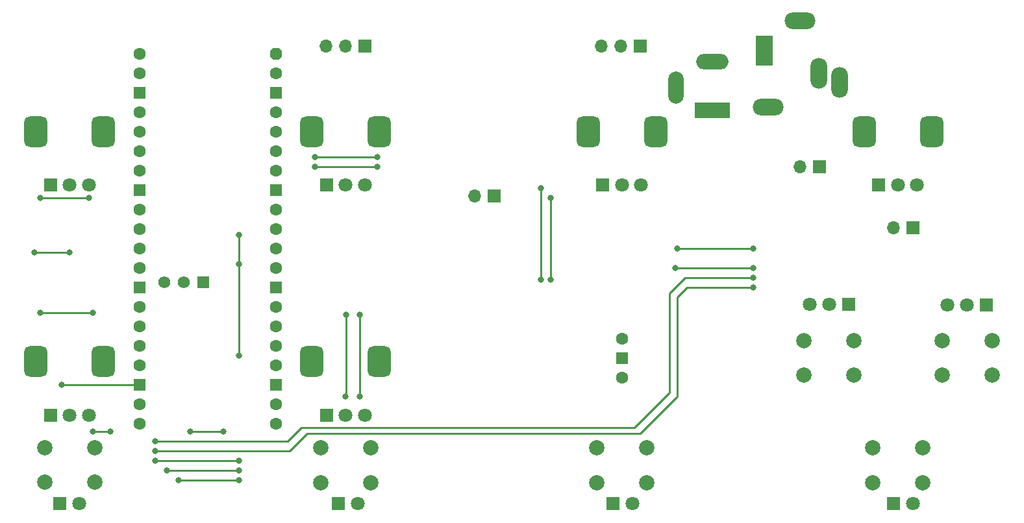
<source format=gbr>
%TF.GenerationSoftware,KiCad,Pcbnew,8.0.5*%
%TF.CreationDate,2024-10-16T15:52:23+02:00*%
%TF.ProjectId,VCO_RPIpico,56434f5f-5250-4497-9069-636f2e6b6963,0*%
%TF.SameCoordinates,Original*%
%TF.FileFunction,Copper,L1,Top*%
%TF.FilePolarity,Positive*%
%FSLAX46Y46*%
G04 Gerber Fmt 4.6, Leading zero omitted, Abs format (unit mm)*
G04 Created by KiCad (PCBNEW 8.0.5) date 2024-10-16 15:52:23*
%MOMM*%
%LPD*%
G01*
G04 APERTURE LIST*
G04 Aperture macros list*
%AMRoundRect*
0 Rectangle with rounded corners*
0 $1 Rounding radius*
0 $2 $3 $4 $5 $6 $7 $8 $9 X,Y pos of 4 corners*
0 Add a 4 corners polygon primitive as box body*
4,1,4,$2,$3,$4,$5,$6,$7,$8,$9,$2,$3,0*
0 Add four circle primitives for the rounded corners*
1,1,$1+$1,$2,$3*
1,1,$1+$1,$4,$5*
1,1,$1+$1,$6,$7*
1,1,$1+$1,$8,$9*
0 Add four rect primitives between the rounded corners*
20,1,$1+$1,$2,$3,$4,$5,0*
20,1,$1+$1,$4,$5,$6,$7,0*
20,1,$1+$1,$6,$7,$8,$9,0*
20,1,$1+$1,$8,$9,$2,$3,0*%
%AMFreePoly0*
4,1,26,0.335306,0.780194,0.389950,0.741421,0.741421,0.389950,0.788777,0.314585,0.800000,0.248529,0.800000,-0.248529,0.780194,-0.335306,0.741421,-0.389950,0.389950,-0.741421,0.314585,-0.788777,0.248529,-0.800000,0.000000,-0.800000,-0.248529,-0.800000,-0.335306,-0.780194,-0.389950,-0.741421,-0.741421,-0.389950,-0.788777,-0.314585,-0.800000,-0.248529,-0.800000,0.248529,-0.780194,0.335306,
-0.741421,0.389950,-0.389950,0.741421,-0.314585,0.788777,-0.248529,0.800000,0.248529,0.800000,0.335306,0.780194,0.335306,0.780194,$1*%
G04 Aperture macros list end*
%TA.AperFunction,ComponentPad*%
%ADD10R,1.800000X1.800000*%
%TD*%
%TA.AperFunction,ComponentPad*%
%ADD11C,1.800000*%
%TD*%
%TA.AperFunction,ComponentPad*%
%ADD12RoundRect,0.750000X0.750000X-1.250000X0.750000X1.250000X-0.750000X1.250000X-0.750000X-1.250000X0*%
%TD*%
%TA.AperFunction,ComponentPad*%
%ADD13C,2.000000*%
%TD*%
%TA.AperFunction,ComponentPad*%
%ADD14O,1.700000X1.700000*%
%TD*%
%TA.AperFunction,ComponentPad*%
%ADD15R,1.700000X1.700000*%
%TD*%
%TA.AperFunction,ComponentPad*%
%ADD16O,2.200000X4.000000*%
%TD*%
%TA.AperFunction,ComponentPad*%
%ADD17O,4.000000X2.200000*%
%TD*%
%TA.AperFunction,ComponentPad*%
%ADD18R,2.200000X4.000000*%
%TD*%
%TA.AperFunction,ComponentPad*%
%ADD19R,4.600000X2.000000*%
%TD*%
%TA.AperFunction,ComponentPad*%
%ADD20O,4.200000X2.000000*%
%TD*%
%TA.AperFunction,ComponentPad*%
%ADD21O,2.000000X4.200000*%
%TD*%
%TA.AperFunction,ComponentPad*%
%ADD22R,1.500000X1.500000*%
%TD*%
%TA.AperFunction,ComponentPad*%
%ADD23C,1.600000*%
%TD*%
%TA.AperFunction,ComponentPad*%
%ADD24FreePoly0,180.000000*%
%TD*%
%TA.AperFunction,ComponentPad*%
%ADD25RoundRect,0.200000X0.600000X0.600000X-0.600000X0.600000X-0.600000X-0.600000X0.600000X-0.600000X0*%
%TD*%
%TA.AperFunction,ComponentPad*%
%ADD26R,1.574800X1.574800*%
%TD*%
%TA.AperFunction,ComponentPad*%
%ADD27C,1.574800*%
%TD*%
%TA.AperFunction,ViaPad*%
%ADD28C,0.800000*%
%TD*%
%TA.AperFunction,Conductor*%
%ADD29C,0.250000*%
%TD*%
G04 APERTURE END LIST*
D10*
%TO.P,R14,1,1*%
%TO.N,+3V3*%
X54500000Y-101450000D03*
D11*
%TO.P,R14,2,2*%
%TO.N,Net-(R14-Pad2)*%
X57000000Y-101450000D03*
%TO.P,R14,3,3*%
%TO.N,GNDA*%
X59500000Y-101450000D03*
D12*
%TO.P,R14,MP*%
%TO.N,N/C*%
X52600000Y-94450000D03*
X61400000Y-94450000D03*
%TD*%
D13*
%TO.P,SW4,1,1*%
%TO.N,Net-(A1-GPIO20)*%
X125750000Y-105750000D03*
X132250000Y-105750000D03*
%TO.P,SW4,2,2*%
%TO.N,GND*%
X125750000Y-110250000D03*
X132250000Y-110250000D03*
%TD*%
%TO.P,SW6,1,1*%
%TO.N,Net-(A1-GPIO18)*%
X53750000Y-105678000D03*
X60250000Y-105678000D03*
%TO.P,SW6,2,2*%
%TO.N,GND*%
X53750000Y-110178000D03*
X60250000Y-110178000D03*
%TD*%
D14*
%TO.P,J5,3,Pin_3*%
%TO.N,Net-(J5-Pin_3)*%
X126344000Y-53318000D03*
%TO.P,J5,2,Pin_2*%
%TO.N,Net-(J5-Pin_2)*%
X128884000Y-53318000D03*
D15*
%TO.P,J5,1,Pin_1*%
%TO.N,Net-(J5-Pin_1)*%
X131424000Y-53318000D03*
%TD*%
D10*
%TO.P,D1,1,A1*%
%TO.N,Net-(D1-A1)*%
X158540000Y-87000000D03*
D11*
%TO.P,D1,2,K*%
%TO.N,GND*%
X156000000Y-87000000D03*
%TO.P,D1,3,A2*%
%TO.N,Net-(D1-A2)*%
X153460000Y-87000000D03*
%TD*%
D10*
%TO.P,D8,1,A1*%
%TO.N,Net-(D8-A1)*%
X176550000Y-87100000D03*
D11*
%TO.P,D8,2,K*%
%TO.N,GND*%
X174010000Y-87100000D03*
%TO.P,D8,3,A2*%
%TO.N,Net-(D8-A2)*%
X171470000Y-87100000D03*
%TD*%
D15*
%TO.P,J3,1,Pin_1*%
%TO.N,GND*%
X112374000Y-72876000D03*
D14*
%TO.P,J3,2,Pin_2*%
%TO.N,Net-(J3-Pin_2)*%
X109834000Y-72876000D03*
%TD*%
D16*
%TO.P,J1,R*%
%TO.N,N/C*%
X157394500Y-58022000D03*
%TO.P,J1,RN*%
X154694500Y-56822000D03*
D17*
%TO.P,J1,S*%
%TO.N,Net-(J1-PadS)*%
X152194500Y-50022000D03*
D18*
%TO.P,J1,T*%
%TO.N,GND*%
X147594500Y-53922000D03*
D17*
%TO.P,J1,TN*%
%TO.N,N/C*%
X148094500Y-61222000D03*
%TD*%
D10*
%TO.P,R13,1,1*%
%TO.N,+3V3*%
X90500000Y-101450000D03*
D11*
%TO.P,R13,2,2*%
%TO.N,Net-(R13-Pad2)*%
X93000000Y-101450000D03*
%TO.P,R13,3,3*%
%TO.N,GNDA*%
X95500000Y-101450000D03*
D12*
%TO.P,R13,MP*%
%TO.N,N/C*%
X88600000Y-94450000D03*
X97400000Y-94450000D03*
%TD*%
D10*
%TO.P,R15,1,1*%
%TO.N,+3V3*%
X54500000Y-71450000D03*
D11*
%TO.P,R15,2,2*%
%TO.N,Net-(R15-Pad2)*%
X57000000Y-71450000D03*
%TO.P,R15,3,3*%
%TO.N,GNDA*%
X59500000Y-71450000D03*
D12*
%TO.P,R15,MP*%
%TO.N,N/C*%
X52600000Y-64450000D03*
X61400000Y-64450000D03*
%TD*%
D13*
%TO.P,SW7,1,1*%
%TO.N,GND*%
X177250000Y-96250000D03*
X170750000Y-96250000D03*
%TO.P,SW7,2,2*%
%TO.N,Net-(A1-GPIO7)*%
X177250000Y-91750000D03*
X170750000Y-91750000D03*
%TD*%
%TO.P,SW3,1,1*%
%TO.N,Net-(A1-GPIO21)*%
X161750000Y-105750000D03*
X168250000Y-105750000D03*
%TO.P,SW3,2,2*%
%TO.N,GND*%
X161750000Y-110250000D03*
X168250000Y-110250000D03*
%TD*%
%TO.P,SW5,1,1*%
%TO.N,Net-(A1-GPIO19)*%
X89750000Y-105750000D03*
X96250000Y-105750000D03*
%TO.P,SW5,2,2*%
%TO.N,GND*%
X89750000Y-110250000D03*
X96250000Y-110250000D03*
%TD*%
D19*
%TO.P,J2,1*%
%TO.N,+5C*%
X140822000Y-61650000D03*
D20*
%TO.P,J2,2*%
%TO.N,GND*%
X140822000Y-55350000D03*
D21*
%TO.P,J2,3*%
%TO.N,N/C*%
X136022000Y-58750000D03*
%TD*%
D22*
%TO.P,SW1,1,A*%
%TO.N,Net-(A1-GPIO3)*%
X129000000Y-94000000D03*
D23*
%TO.P,SW1,2,B*%
%TO.N,GND*%
X129000000Y-96540000D03*
%TO.P,SW1,3,C*%
%TO.N,Net-(A1-GPIO4)*%
X129000000Y-91460000D03*
%TD*%
D15*
%TO.P,J4,1,Pin_1*%
%TO.N,Net-(J4-Pin_1)*%
X167000000Y-77000000D03*
D14*
%TO.P,J4,2,Pin_2*%
%TO.N,GND*%
X164460000Y-77000000D03*
%TD*%
D13*
%TO.P,SW8,1,1*%
%TO.N,GND*%
X159250000Y-96250000D03*
X152750000Y-96250000D03*
%TO.P,SW8,2,2*%
%TO.N,Net-(A1-GPIO6)*%
X159250000Y-91750000D03*
X152750000Y-91750000D03*
%TD*%
D15*
%TO.P,J6,1,Pin_1*%
%TO.N,Net-(J6-Pin_1)*%
X95540000Y-53318000D03*
D14*
%TO.P,J6,2,Pin_2*%
%TO.N,Net-(J6-Pin_2)*%
X93000000Y-53318000D03*
%TO.P,J6,3,Pin_3*%
%TO.N,Net-(J6-Pin_3)*%
X90460000Y-53318000D03*
%TD*%
D15*
%TO.P,J7,1,Pin_1*%
%TO.N,GND*%
X154772000Y-69091000D03*
D14*
%TO.P,J7,2,Pin_2*%
%TO.N,+5C*%
X152232000Y-69091000D03*
%TD*%
D10*
%TO.P,D6,1,K*%
%TO.N,GND*%
X127863000Y-113008000D03*
D11*
%TO.P,D6,2,A*%
%TO.N,Net-(D6-A)*%
X130403000Y-113008000D03*
%TD*%
D10*
%TO.P,D7,1,K*%
%TO.N,GND*%
X164439000Y-113008000D03*
D11*
%TO.P,D7,2,A*%
%TO.N,Net-(D7-A)*%
X166979000Y-113008000D03*
%TD*%
D10*
%TO.P,D5,1,K*%
%TO.N,GND*%
X92049000Y-113008000D03*
D11*
%TO.P,D5,2,A*%
%TO.N,Net-(D5-A)*%
X94589000Y-113008000D03*
%TD*%
D10*
%TO.P,D4,1,K*%
%TO.N,GND*%
X55727000Y-113008000D03*
D11*
%TO.P,D4,2,A*%
%TO.N,Net-(D4-A)*%
X58267000Y-113008000D03*
%TD*%
D24*
%TO.P,A1,1,GPIO0*%
%TO.N,unconnected-(A1-GPIO0-Pad1)_1*%
X83926000Y-54334000D03*
D23*
%TO.P,A1,2,GPIO1*%
%TO.N,unconnected-(A1-GPIO1-Pad2)*%
X83926000Y-56874000D03*
D25*
%TO.P,A1,3,GND*%
%TO.N,GND*%
X83926000Y-59414000D03*
D23*
%TO.P,A1,4,GPIO2*%
%TO.N,unconnected-(A1-GPIO2-Pad4)*%
X83926000Y-61954000D03*
%TO.P,A1,5,GPIO3*%
%TO.N,Net-(A1-GPIO3)*%
X83926000Y-64494000D03*
%TO.P,A1,6,GPIO4*%
%TO.N,Net-(A1-GPIO4)*%
X83926000Y-67034000D03*
%TO.P,A1,7,GPIO5*%
%TO.N,Net-(A1-GPIO5)*%
X83926000Y-69574000D03*
D25*
%TO.P,A1,8,GND*%
%TO.N,GND*%
X83926000Y-72114000D03*
D23*
%TO.P,A1,9,GPIO6*%
%TO.N,Net-(A1-GPIO6)*%
X83926000Y-74654000D03*
%TO.P,A1,10,GPIO7*%
%TO.N,Net-(A1-GPIO7)*%
X83926000Y-77194000D03*
%TO.P,A1,11,GPIO8*%
%TO.N,Net-(A1-GPIO8)*%
X83926000Y-79734000D03*
%TO.P,A1,12,GPIO9*%
%TO.N,Net-(A1-GPIO9)*%
X83926000Y-82274000D03*
D25*
%TO.P,A1,13,GND*%
%TO.N,GND*%
X83926000Y-84814000D03*
D23*
%TO.P,A1,14,GPIO10*%
%TO.N,Net-(A1-GPIO10)*%
X83926000Y-87354000D03*
%TO.P,A1,15,GPIO11*%
%TO.N,Net-(A1-GPIO11)*%
X83926000Y-89894000D03*
%TO.P,A1,16,GPIO12*%
%TO.N,Net-(A1-GPIO12)*%
X83926000Y-92434000D03*
%TO.P,A1,17,GPIO13*%
%TO.N,Net-(A1-GPIO13)*%
X83926000Y-94974000D03*
D25*
%TO.P,A1,18,GND*%
%TO.N,GND*%
X83926000Y-97514000D03*
D23*
%TO.P,A1,19,GPIO14*%
%TO.N,unconnected-(A1-GPIO14-Pad19)_1*%
X83926000Y-100054000D03*
%TO.P,A1,20,GPIO15*%
%TO.N,unconnected-(A1-GPIO15-Pad20)_1*%
X83926000Y-102594000D03*
%TO.P,A1,21,GPIO16*%
%TO.N,Net-(A1-GPIO16)*%
X66146000Y-102594000D03*
%TO.P,A1,22,GPIO17*%
%TO.N,Net-(A1-GPIO17)*%
X66146000Y-100054000D03*
D25*
%TO.P,A1,23,GND*%
%TO.N,GND*%
X66146000Y-97514000D03*
D23*
%TO.P,A1,24,GPIO18*%
%TO.N,Net-(A1-GPIO18)*%
X66146000Y-94974000D03*
%TO.P,A1,25,GPIO19*%
%TO.N,Net-(A1-GPIO19)*%
X66146000Y-92434000D03*
%TO.P,A1,26,GPIO20*%
%TO.N,Net-(A1-GPIO20)*%
X66146000Y-89894000D03*
%TO.P,A1,27,GPIO21*%
%TO.N,Net-(A1-GPIO21)*%
X66146000Y-87354000D03*
D25*
%TO.P,A1,28,GND*%
%TO.N,GND*%
X66146000Y-84814000D03*
D23*
%TO.P,A1,29,GPIO22*%
%TO.N,unconnected-(A1-GPIO22-Pad29)*%
X66146000Y-82274000D03*
%TO.P,A1,30,RUN*%
%TO.N,unconnected-(A1-RUN-Pad30)*%
X66146000Y-79734000D03*
%TO.P,A1,31,GPIO26_ADC0*%
%TO.N,Net-(A1-GPIO26_ADC0)*%
X66146000Y-77194000D03*
%TO.P,A1,32,GPIO27_ADC1*%
%TO.N,Net-(A1-GPIO27_ADC1)*%
X66146000Y-74654000D03*
D25*
%TO.P,A1,33,AGND*%
%TO.N,GNDA*%
X66146000Y-72114000D03*
D23*
%TO.P,A1,34,GPIO28_ADC2*%
%TO.N,Net-(A1-GPIO28_ADC2)*%
X66146000Y-69574000D03*
%TO.P,A1,35,ADC_VREF*%
%TO.N,unconnected-(A1-ADC_VREF-Pad35)*%
X66146000Y-67034000D03*
%TO.P,A1,36,3V3*%
%TO.N,+3V3*%
X66146000Y-64494000D03*
%TO.P,A1,37,3V3_EN*%
%TO.N,unconnected-(A1-3V3_EN-Pad37)_1*%
X66146000Y-61954000D03*
D25*
%TO.P,A1,38,GND*%
%TO.N,GND*%
X66146000Y-59414000D03*
D23*
%TO.P,A1,39,VSYS*%
%TO.N,+5C*%
X66146000Y-56874000D03*
%TO.P,A1,40,VBUS*%
X66146000Y-54334000D03*
D26*
%TO.P,A1,41,SWCLK*%
%TO.N,unconnected-(A1-SWCLK-Pad41)*%
X74451800Y-84164000D03*
D27*
%TO.P,A1,42,SWGND*%
%TO.N,unconnected-(A1-SWGND-Pad42)*%
X71911800Y-84164000D03*
%TO.P,A1,43,SWDIO*%
%TO.N,unconnected-(A1-SWDIO-Pad43)*%
X69371800Y-84164000D03*
%TD*%
D10*
%TO.P,RV6,1,1*%
%TO.N,GND*%
X162500000Y-71450000D03*
D11*
%TO.P,RV6,2,2*%
%TO.N,Net-(J1-PadS)*%
X165000000Y-71450000D03*
%TO.P,RV6,3,3*%
%TO.N,Net-(J4-Pin_1)*%
X167500000Y-71450000D03*
D12*
%TO.P,RV6,MP*%
%TO.N,N/C*%
X160600000Y-64450000D03*
X169400000Y-64450000D03*
%TD*%
%TO.P,RV5,MP*%
%TO.N,N/C*%
X97400000Y-64450000D03*
X88600000Y-64450000D03*
D11*
%TO.P,RV5,3,3*%
%TO.N,Net-(J6-Pin_1)*%
X95500000Y-71450000D03*
%TO.P,RV5,2,2*%
%TO.N,Net-(J6-Pin_2)*%
X93000000Y-71450000D03*
D10*
%TO.P,RV5,1,1*%
%TO.N,Net-(J6-Pin_3)*%
X90500000Y-71450000D03*
%TD*%
%TO.P,RV4,1,1*%
%TO.N,Net-(J5-Pin_3)*%
X126500000Y-71450000D03*
D11*
%TO.P,RV4,2,2*%
%TO.N,Net-(J5-Pin_2)*%
X129000000Y-71450000D03*
%TO.P,RV4,3,3*%
%TO.N,Net-(J5-Pin_1)*%
X131500000Y-71450000D03*
D12*
%TO.P,RV4,MP*%
%TO.N,N/C*%
X124600000Y-64450000D03*
X133400000Y-64450000D03*
%TD*%
D28*
%TO.N,Net-(R13-Pad2)*%
X93000000Y-99038000D03*
%TO.N,GNDA*%
X94848000Y-99038000D03*
%TO.N,GND*%
X55986000Y-97514000D03*
X79100000Y-93704000D03*
X79100000Y-77956000D03*
X79100000Y-81766000D03*
%TO.N,GNDA*%
X94848000Y-88370000D03*
%TO.N,Net-(R13-Pad2)*%
X93070000Y-88370000D03*
%TO.N,Net-(A1-GPIO21)*%
X77068000Y-103610000D03*
X72750000Y-103610000D03*
%TO.N,Net-(A1-GPIO17)*%
X68178000Y-104880000D03*
%TO.N,Net-(A1-GPIO16)*%
X68178000Y-106150000D03*
%TO.N,+3V3*%
X68178000Y-107420000D03*
X62336000Y-103610000D03*
%TO.N,GNDA*%
X59542000Y-73130000D03*
X53192000Y-73130000D03*
X53192000Y-88116000D03*
X60050000Y-88116000D03*
%TO.N,GND*%
X57002000Y-80242000D03*
X52430000Y-80242000D03*
%TO.N,Net-(A1-GPIO19)*%
X69702000Y-108690000D03*
X79100000Y-108690000D03*
%TO.N,Net-(A1-GPIO3)*%
X118470000Y-83798000D03*
X89006000Y-67796000D03*
X97134000Y-67796000D03*
X118470000Y-71860000D03*
%TO.N,+3V3*%
X79100000Y-107420000D03*
X60050000Y-103610000D03*
%TO.N,Net-(A1-GPIO16)*%
X146156000Y-84814000D03*
%TO.N,Net-(A1-GPIO8)*%
X146156000Y-79734000D03*
X136250000Y-79734000D03*
%TO.N,Net-(A1-GPIO17)*%
X146156000Y-83544000D03*
%TO.N,Net-(A1-GPIO20)*%
X79100000Y-109960000D03*
X71226000Y-109960000D03*
%TO.N,Net-(A1-GPIO9)*%
X146156000Y-82274000D03*
X135996000Y-82274000D03*
%TO.N,Net-(A1-GPIO4)*%
X119740000Y-83798000D03*
X89006000Y-69066000D03*
X97134000Y-69066000D03*
X119740000Y-73130000D03*
%TD*%
D29*
%TO.N,Net-(A1-GPIO4)*%
X97134000Y-69066000D02*
X89006000Y-69066000D01*
%TO.N,Net-(A1-GPIO3)*%
X97134000Y-67796000D02*
X89006000Y-67796000D01*
%TO.N,Net-(A1-GPIO16)*%
X131424000Y-103864000D02*
X136250000Y-99038000D01*
X87990000Y-103864000D02*
X131424000Y-103864000D01*
X136250000Y-86084000D02*
X137520000Y-84814000D01*
X85704000Y-106150000D02*
X87990000Y-103864000D01*
X136250000Y-99038000D02*
X136250000Y-86084000D01*
X68178000Y-106150000D02*
X85704000Y-106150000D01*
X137520000Y-84814000D02*
X146156000Y-84814000D01*
%TO.N,Net-(A1-GPIO17)*%
X137266000Y-83544000D02*
X146156000Y-83544000D01*
X135234000Y-98530000D02*
X135234000Y-85576000D01*
X130662000Y-103102000D02*
X135234000Y-98530000D01*
X135234000Y-85576000D02*
X137266000Y-83544000D01*
X85450000Y-104880000D02*
X87228000Y-103102000D01*
X87228000Y-103102000D02*
X130662000Y-103102000D01*
X68178000Y-104880000D02*
X85450000Y-104880000D01*
%TO.N,Net-(R13-Pad2)*%
X93070000Y-88370000D02*
X93070000Y-98968000D01*
X93070000Y-98968000D02*
X93000000Y-99038000D01*
%TO.N,GNDA*%
X94848000Y-88370000D02*
X94848000Y-99038000D01*
%TO.N,GND*%
X66146000Y-97514000D02*
X55986000Y-97514000D01*
X79100000Y-81766000D02*
X79100000Y-93704000D01*
X79100000Y-81766000D02*
X79100000Y-77956000D01*
%TO.N,Net-(R13-Pad2)*%
X93070000Y-100980000D02*
X93000000Y-101050000D01*
%TO.N,Net-(A1-GPIO21)*%
X72750000Y-103610000D02*
X77068000Y-103610000D01*
%TO.N,Net-(A1-GPIO9)*%
X146156000Y-82274000D02*
X135996000Y-82274000D01*
%TO.N,+3V3*%
X68178000Y-107420000D02*
X79100000Y-107420000D01*
X60050000Y-103610000D02*
X62336000Y-103610000D01*
%TO.N,Net-(A1-GPIO19)*%
X79100000Y-108690000D02*
X69702000Y-108690000D01*
%TO.N,Net-(A1-GPIO20)*%
X71226000Y-109960000D02*
X79100000Y-109960000D01*
%TO.N,GNDA*%
X53192000Y-73130000D02*
X59542000Y-73130000D01*
X60050000Y-88116000D02*
X53192000Y-88116000D01*
%TO.N,GND*%
X52430000Y-80242000D02*
X57002000Y-80242000D01*
%TO.N,Net-(A1-GPIO3)*%
X118470000Y-71860000D02*
X118470000Y-83798000D01*
%TO.N,Net-(A1-GPIO8)*%
X146156000Y-79734000D02*
X136250000Y-79734000D01*
%TO.N,Net-(A1-GPIO4)*%
X119740000Y-83798000D02*
X119740000Y-73130000D01*
%TD*%
M02*

</source>
